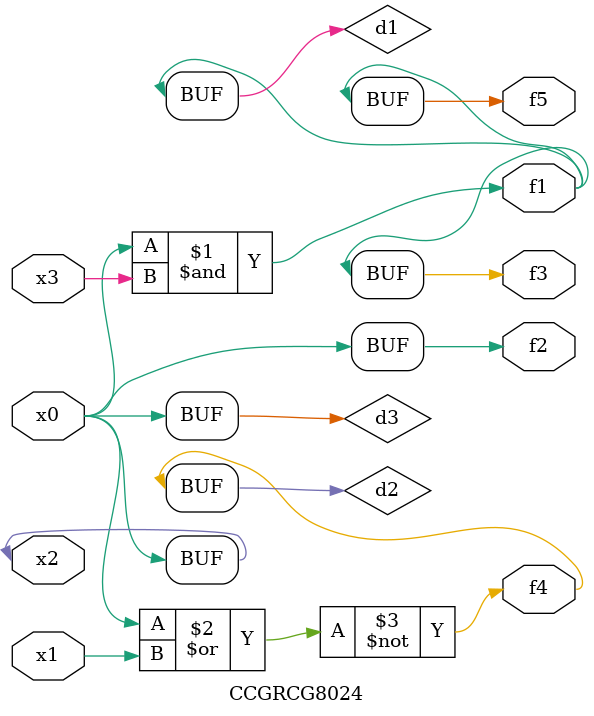
<source format=v>
module CCGRCG8024(
	input x0, x1, x2, x3,
	output f1, f2, f3, f4, f5
);

	wire d1, d2, d3;

	and (d1, x2, x3);
	nor (d2, x0, x1);
	buf (d3, x0, x2);
	assign f1 = d1;
	assign f2 = d3;
	assign f3 = d1;
	assign f4 = d2;
	assign f5 = d1;
endmodule

</source>
